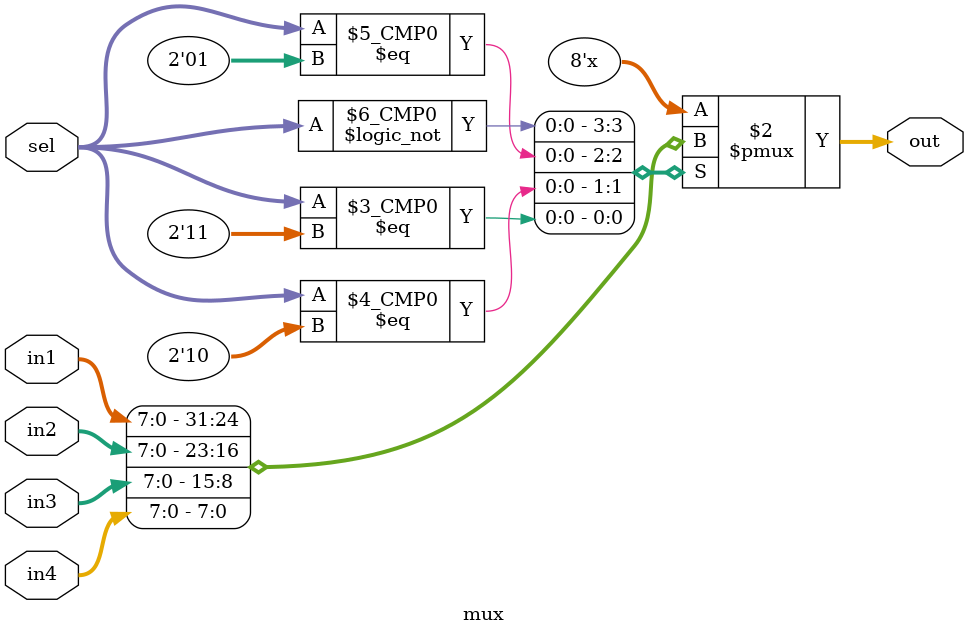
<source format=sv>
/****************
*  Brian Flores *
*  Logic Design *
*  Project 1    * 
***************/
//`default_nettype none

module priQueue
	#(parameter W = 8)
		(input bit[W-1:0] newVal,
 			input bit ck,r,clear,loadIn,shiftOut,
 			output bit [W-1:0] top);

//variables
	bit load;
	bit [1:0] sel1, sel2, sel3, sel4, sel5, sel6;
	bit [W-1:0] zero, r1_out,
							r2_out,r3_out,
							r4_out,r5_out,
							r6_out;
	bit [W-1:0] m1_out,m2_out,m3_out,
							m4_out,m5_out,m6_out;
//instantiations of modules
	
	mux #(W)			m1(newVal, zero,   r2_out, r1_out, sel1, m1_out),
								m2(newVal, r1_out, r3_out, r2_out, sel2, m2_out),
								m3(newVal, r2_out, r4_out, r3_out, sel3, m3_out),
								m4(newVal, r3_out, r5_out, r4_out, sel4, m4_out),
								m5(newVal, r4_out, r6_out, r5_out, sel5, m5_out),
								m6(newVal, r5_out, zero,   r6_out, sel6, m6_out);

 	register #(W) 		r1(m1_out, clear, load, ck, ~r, r1_out),
										r2(m2_out, clear, load, ck, ~r, r2_out),
					 					r3(m3_out, clear, load, ck, ~r, r3_out),
					 					r4(m4_out, clear, load, ck, ~r, r4_out),
					 					r5(m5_out, clear, load, ck, ~r, r5_out),
						 				r6(m6_out, clear, load, ck, ~r, r6_out);	

 /*	mux_register #(W) r1(newVal, zero,   r2_out, r1_out, clear, load, ck, ~r, sel1, r1_out),
										r2(newVal, r1_out, r3_out, r2_out, clear, load, ck, ~r, sel2, r2_out),
					 					r3(newVal, r2_out, r4_out, r3_out, clear, load, ck, ~r, sel3, r3_out),
					 					r4(newVal, r3_out, r5_out, r4_out, clear, load, ck, ~r, sel4, r4_out),
					 					r5(newVal, r4_out, r6_out, r5_out, clear, load, ck, ~r, sel5, r5_out),
						 				r6(newVal, r5_out, zero,   r6_out, clear, load, ck, ~r, sel6, r6_out);	
*/
	assign zero = 0;
	assign top = r1_out;
	assign load = (shiftOut | loadIn);
	
//Combinational logic will insert values correctly into pq
	always_comb begin
	//gauntees that shiftOut will not have priority over other ctl pts
		if (~clear & ~loadIn & shiftOut)			
			 {sel1,sel2,sel3,sel4,sel5,sel6}= 12'hAAA; 
	//case statement for the shifting of values in pq registers during the
	//insertion of a newVal
		else begin	
				case({(newVal>top),
						(newVal>r2_out),
						(newVal>r3_out),
						(newVal>r4_out),
						(newVal>r5_out),
						(newVal>r6_out)})
				6'b111111: begin
					sel1 = 2'b00; 
					{sel2,sel3,sel4,sel5,sel6} = 10'b0101010101;
				end
				6'b011111:  begin
				  sel1 = 2'b11; 
					sel2 = 2'b00; 
					{sel3,sel4,sel5,sel6} = 8'b01010101;
				end
				6'b001111:  begin
				  {sel1,sel2}= 4'b1111; 
					sel3 = 2'b00; 
					{sel4,sel5,sel6} = 6'b010101;
				end
				6'b000111:  begin
				  {sel1,sel2,sel3}= 6'b111111; 
					sel4 = 2'b00; 
					{sel5,sel6} = 4'b0101;
				end
				6'b000011:  begin
				  {sel1,sel2,sel3,sel4}= 8'b11111111; 
					sel5 = 2'b00; 
					sel6 = 2'b01;
				end
				6'b000001:  begin
				  {sel1,sel2,sel3,sel4,sel5}= 10'b1111111111; 
					sel6 = 2'b00; 
				end
				default:   begin
				  {sel1,sel2,sel3,sel4,sel5,sel6}= 12'hFFF; 
				end
			endcase
		end
	end
endmodule: priQueue

//Clock-based 4to1 Mux_Register 
module register
	#(parameter W = 8)
		(input bit [W-1:0] in1,
		 input bit clear,load,ck,r,
		 output logic [W-1:0] out);

//active on a clk or reset_L for sync and async functionality
	always_ff @ (posedge ck, negedge r) begin
		if (~r) 				out <= 'h00;
		else if (clear) out <= 'h00;
		else if (load)	out <= in1;
	end
endmodule: register 

module mux
	#(parameter W = 8)
		(input bit [W-1:0] in1, in2, in3, in4,
		 input bit [1:0] sel,
		 output bit [W-1:0] out);
	always_comb
		unique case (sel) 
				2'b00: out <= in1;
				2'b01: out <= in2;
				2'b10: out <= in3;
				2'b11: out <= in4;
		endcase
endmodule : mux

/*
//Clock-based 4to1 Mux_Register 
module mux_register
	#(parameter W = 8)
		(input bit [W-1:0] in1,in2,in3,in4,
		 input bit clear,load,ck,r,
		 input bit [1:0] sel,
		 output logic [W-1:0] out);

//active on a clk or reset_L for sync and async functionality
	always_ff @ (posedge ck, negedge r) begin
		if (~r) out <= 'h00;
		else if (clear) out <= 'h00;
		else if (load)
				unique case (sel) 
					2'b00: out <= in1;
					2'b01: out <= in2;
					2'b10: out <= in3;
					2'b11: out <= in4;
				endcase 
	end
endmodule: mux_register */

</source>
